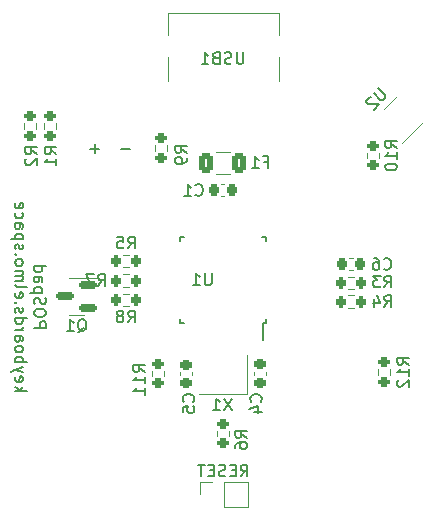
<source format=gbo>
G04 #@! TF.GenerationSoftware,KiCad,Pcbnew,(6.0.0)*
G04 #@! TF.CreationDate,2022-01-14T23:04:14+01:00*
G04 #@! TF.ProjectId,pos,706f732e-6b69-4636-9164-5f7063625858,rev?*
G04 #@! TF.SameCoordinates,Original*
G04 #@! TF.FileFunction,Legend,Bot*
G04 #@! TF.FilePolarity,Positive*
%FSLAX46Y46*%
G04 Gerber Fmt 4.6, Leading zero omitted, Abs format (unit mm)*
G04 Created by KiCad (PCBNEW (6.0.0)) date 2022-01-14 23:04:14*
%MOMM*%
%LPD*%
G01*
G04 APERTURE LIST*
G04 Aperture macros list*
%AMRoundRect*
0 Rectangle with rounded corners*
0 $1 Rounding radius*
0 $2 $3 $4 $5 $6 $7 $8 $9 X,Y pos of 4 corners*
0 Add a 4 corners polygon primitive as box body*
4,1,4,$2,$3,$4,$5,$6,$7,$8,$9,$2,$3,0*
0 Add four circle primitives for the rounded corners*
1,1,$1+$1,$2,$3*
1,1,$1+$1,$4,$5*
1,1,$1+$1,$6,$7*
1,1,$1+$1,$8,$9*
0 Add four rect primitives between the rounded corners*
20,1,$1+$1,$2,$3,$4,$5,0*
20,1,$1+$1,$4,$5,$6,$7,0*
20,1,$1+$1,$6,$7,$8,$9,0*
20,1,$1+$1,$8,$9,$2,$3,0*%
G04 Aperture macros list end*
%ADD10C,0.200000*%
%ADD11C,0.150000*%
%ADD12C,0.120000*%
%ADD13R,1.350000X1.350000*%
%ADD14O,1.350000X1.350000*%
%ADD15C,1.750000*%
%ADD16C,3.987800*%
%ADD17C,2.250000*%
%ADD18C,1.905000*%
%ADD19R,1.905000X1.905000*%
%ADD20RoundRect,0.225000X0.225000X0.250000X-0.225000X0.250000X-0.225000X-0.250000X0.225000X-0.250000X0*%
%ADD21RoundRect,0.225000X-0.225000X-0.250000X0.225000X-0.250000X0.225000X0.250000X-0.225000X0.250000X0*%
%ADD22RoundRect,0.250000X0.375000X0.625000X-0.375000X0.625000X-0.375000X-0.625000X0.375000X-0.625000X0*%
%ADD23RoundRect,0.200000X0.275000X-0.200000X0.275000X0.200000X-0.275000X0.200000X-0.275000X-0.200000X0*%
%ADD24RoundRect,0.200000X0.200000X0.275000X-0.200000X0.275000X-0.200000X-0.275000X0.200000X-0.275000X0*%
%ADD25RoundRect,0.200000X-0.200000X-0.275000X0.200000X-0.275000X0.200000X0.275000X-0.200000X0.275000X0*%
%ADD26R,0.550000X1.600000*%
%ADD27R,1.600000X0.550000*%
%ADD28RoundRect,0.150000X-0.256326X-0.468458X0.468458X0.256326X0.256326X0.468458X-0.468458X-0.256326X0*%
%ADD29C,0.650000*%
%ADD30R,0.600000X1.450000*%
%ADD31R,0.300000X1.450000*%
%ADD32O,1.000000X1.600000*%
%ADD33O,1.000000X2.100000*%
%ADD34RoundRect,0.150000X0.587500X0.150000X-0.587500X0.150000X-0.587500X-0.150000X0.587500X-0.150000X0*%
%ADD35RoundRect,0.225000X-0.250000X0.225000X-0.250000X-0.225000X0.250000X-0.225000X0.250000X0.225000X0*%
%ADD36RoundRect,0.225000X0.250000X-0.225000X0.250000X0.225000X-0.250000X0.225000X-0.250000X-0.225000X0*%
%ADD37R,1.400000X1.200000*%
G04 APERTURE END LIST*
D10*
X136588452Y-91447928D02*
X135826547Y-91447928D01*
X133984952Y-91447928D02*
X133223047Y-91447928D01*
X133604000Y-91828880D02*
X133604000Y-91066976D01*
D11*
X128495619Y-106632047D02*
X129495619Y-106632047D01*
X129495619Y-106251095D01*
X129448000Y-106155857D01*
X129400380Y-106108238D01*
X129305142Y-106060619D01*
X129162285Y-106060619D01*
X129067047Y-106108238D01*
X129019428Y-106155857D01*
X128971809Y-106251095D01*
X128971809Y-106632047D01*
X129495619Y-105441571D02*
X129495619Y-105251095D01*
X129448000Y-105155857D01*
X129352761Y-105060619D01*
X129162285Y-105013000D01*
X128828952Y-105013000D01*
X128638476Y-105060619D01*
X128543238Y-105155857D01*
X128495619Y-105251095D01*
X128495619Y-105441571D01*
X128543238Y-105536809D01*
X128638476Y-105632047D01*
X128828952Y-105679666D01*
X129162285Y-105679666D01*
X129352761Y-105632047D01*
X129448000Y-105536809D01*
X129495619Y-105441571D01*
X128543238Y-104632047D02*
X128495619Y-104489190D01*
X128495619Y-104251095D01*
X128543238Y-104155857D01*
X128590857Y-104108238D01*
X128686095Y-104060619D01*
X128781333Y-104060619D01*
X128876571Y-104108238D01*
X128924190Y-104155857D01*
X128971809Y-104251095D01*
X129019428Y-104441571D01*
X129067047Y-104536809D01*
X129114666Y-104584428D01*
X129209904Y-104632047D01*
X129305142Y-104632047D01*
X129400380Y-104584428D01*
X129448000Y-104536809D01*
X129495619Y-104441571D01*
X129495619Y-104203476D01*
X129448000Y-104060619D01*
X129162285Y-103632047D02*
X128162285Y-103632047D01*
X129114666Y-103632047D02*
X129162285Y-103536809D01*
X129162285Y-103346333D01*
X129114666Y-103251095D01*
X129067047Y-103203476D01*
X128971809Y-103155857D01*
X128686095Y-103155857D01*
X128590857Y-103203476D01*
X128543238Y-103251095D01*
X128495619Y-103346333D01*
X128495619Y-103536809D01*
X128543238Y-103632047D01*
X128495619Y-102298714D02*
X129019428Y-102298714D01*
X129114666Y-102346333D01*
X129162285Y-102441571D01*
X129162285Y-102632047D01*
X129114666Y-102727285D01*
X128543238Y-102298714D02*
X128495619Y-102393952D01*
X128495619Y-102632047D01*
X128543238Y-102727285D01*
X128638476Y-102774904D01*
X128733714Y-102774904D01*
X128828952Y-102727285D01*
X128876571Y-102632047D01*
X128876571Y-102393952D01*
X128924190Y-102298714D01*
X128495619Y-101393952D02*
X129495619Y-101393952D01*
X128543238Y-101393952D02*
X128495619Y-101489190D01*
X128495619Y-101679666D01*
X128543238Y-101774904D01*
X128590857Y-101822523D01*
X128686095Y-101870142D01*
X128971809Y-101870142D01*
X129067047Y-101822523D01*
X129114666Y-101774904D01*
X129162285Y-101679666D01*
X129162285Y-101489190D01*
X129114666Y-101393952D01*
X126885619Y-111965380D02*
X127885619Y-111965380D01*
X127266571Y-111870142D02*
X126885619Y-111584428D01*
X127552285Y-111584428D02*
X127171333Y-111965380D01*
X126933238Y-110774904D02*
X126885619Y-110870142D01*
X126885619Y-111060619D01*
X126933238Y-111155857D01*
X127028476Y-111203476D01*
X127409428Y-111203476D01*
X127504666Y-111155857D01*
X127552285Y-111060619D01*
X127552285Y-110870142D01*
X127504666Y-110774904D01*
X127409428Y-110727285D01*
X127314190Y-110727285D01*
X127218952Y-111203476D01*
X127552285Y-110393952D02*
X126885619Y-110155857D01*
X127552285Y-109917761D02*
X126885619Y-110155857D01*
X126647523Y-110251095D01*
X126599904Y-110298714D01*
X126552285Y-110393952D01*
X126885619Y-109536809D02*
X127885619Y-109536809D01*
X127504666Y-109536809D02*
X127552285Y-109441571D01*
X127552285Y-109251095D01*
X127504666Y-109155857D01*
X127457047Y-109108238D01*
X127361809Y-109060619D01*
X127076095Y-109060619D01*
X126980857Y-109108238D01*
X126933238Y-109155857D01*
X126885619Y-109251095D01*
X126885619Y-109441571D01*
X126933238Y-109536809D01*
X126885619Y-108489190D02*
X126933238Y-108584428D01*
X126980857Y-108632047D01*
X127076095Y-108679666D01*
X127361809Y-108679666D01*
X127457047Y-108632047D01*
X127504666Y-108584428D01*
X127552285Y-108489190D01*
X127552285Y-108346333D01*
X127504666Y-108251095D01*
X127457047Y-108203476D01*
X127361809Y-108155857D01*
X127076095Y-108155857D01*
X126980857Y-108203476D01*
X126933238Y-108251095D01*
X126885619Y-108346333D01*
X126885619Y-108489190D01*
X126885619Y-107298714D02*
X127409428Y-107298714D01*
X127504666Y-107346333D01*
X127552285Y-107441571D01*
X127552285Y-107632047D01*
X127504666Y-107727285D01*
X126933238Y-107298714D02*
X126885619Y-107393952D01*
X126885619Y-107632047D01*
X126933238Y-107727285D01*
X127028476Y-107774904D01*
X127123714Y-107774904D01*
X127218952Y-107727285D01*
X127266571Y-107632047D01*
X127266571Y-107393952D01*
X127314190Y-107298714D01*
X126885619Y-106822523D02*
X127552285Y-106822523D01*
X127361809Y-106822523D02*
X127457047Y-106774904D01*
X127504666Y-106727285D01*
X127552285Y-106632047D01*
X127552285Y-106536809D01*
X126885619Y-105774904D02*
X127885619Y-105774904D01*
X126933238Y-105774904D02*
X126885619Y-105870142D01*
X126885619Y-106060619D01*
X126933238Y-106155857D01*
X126980857Y-106203476D01*
X127076095Y-106251095D01*
X127361809Y-106251095D01*
X127457047Y-106203476D01*
X127504666Y-106155857D01*
X127552285Y-106060619D01*
X127552285Y-105870142D01*
X127504666Y-105774904D01*
X126933238Y-105346333D02*
X126885619Y-105251095D01*
X126885619Y-105060619D01*
X126933238Y-104965380D01*
X127028476Y-104917761D01*
X127076095Y-104917761D01*
X127171333Y-104965380D01*
X127218952Y-105060619D01*
X127218952Y-105203476D01*
X127266571Y-105298714D01*
X127361809Y-105346333D01*
X127409428Y-105346333D01*
X127504666Y-105298714D01*
X127552285Y-105203476D01*
X127552285Y-105060619D01*
X127504666Y-104965380D01*
X126980857Y-104489190D02*
X126933238Y-104441571D01*
X126885619Y-104489190D01*
X126933238Y-104536809D01*
X126980857Y-104489190D01*
X126885619Y-104489190D01*
X126933238Y-103632047D02*
X126885619Y-103727285D01*
X126885619Y-103917761D01*
X126933238Y-104013000D01*
X127028476Y-104060619D01*
X127409428Y-104060619D01*
X127504666Y-104013000D01*
X127552285Y-103917761D01*
X127552285Y-103727285D01*
X127504666Y-103632047D01*
X127409428Y-103584428D01*
X127314190Y-103584428D01*
X127218952Y-104060619D01*
X126885619Y-103013000D02*
X126933238Y-103108238D01*
X127028476Y-103155857D01*
X127885619Y-103155857D01*
X126885619Y-102632047D02*
X127552285Y-102632047D01*
X127457047Y-102632047D02*
X127504666Y-102584428D01*
X127552285Y-102489190D01*
X127552285Y-102346333D01*
X127504666Y-102251095D01*
X127409428Y-102203476D01*
X126885619Y-102203476D01*
X127409428Y-102203476D02*
X127504666Y-102155857D01*
X127552285Y-102060619D01*
X127552285Y-101917761D01*
X127504666Y-101822523D01*
X127409428Y-101774904D01*
X126885619Y-101774904D01*
X126885619Y-101155857D02*
X126933238Y-101251095D01*
X126980857Y-101298714D01*
X127076095Y-101346333D01*
X127361809Y-101346333D01*
X127457047Y-101298714D01*
X127504666Y-101251095D01*
X127552285Y-101155857D01*
X127552285Y-101013000D01*
X127504666Y-100917761D01*
X127457047Y-100870142D01*
X127361809Y-100822523D01*
X127076095Y-100822523D01*
X126980857Y-100870142D01*
X126933238Y-100917761D01*
X126885619Y-101013000D01*
X126885619Y-101155857D01*
X126980857Y-100393952D02*
X126933238Y-100346333D01*
X126885619Y-100393952D01*
X126933238Y-100441571D01*
X126980857Y-100393952D01*
X126885619Y-100393952D01*
X126933238Y-99965380D02*
X126885619Y-99870142D01*
X126885619Y-99679666D01*
X126933238Y-99584428D01*
X127028476Y-99536809D01*
X127076095Y-99536809D01*
X127171333Y-99584428D01*
X127218952Y-99679666D01*
X127218952Y-99822523D01*
X127266571Y-99917761D01*
X127361809Y-99965380D01*
X127409428Y-99965380D01*
X127504666Y-99917761D01*
X127552285Y-99822523D01*
X127552285Y-99679666D01*
X127504666Y-99584428D01*
X127552285Y-99108238D02*
X126552285Y-99108238D01*
X127504666Y-99108238D02*
X127552285Y-99013000D01*
X127552285Y-98822523D01*
X127504666Y-98727285D01*
X127457047Y-98679666D01*
X127361809Y-98632047D01*
X127076095Y-98632047D01*
X126980857Y-98679666D01*
X126933238Y-98727285D01*
X126885619Y-98822523D01*
X126885619Y-99013000D01*
X126933238Y-99108238D01*
X126885619Y-97774904D02*
X127409428Y-97774904D01*
X127504666Y-97822523D01*
X127552285Y-97917761D01*
X127552285Y-98108238D01*
X127504666Y-98203476D01*
X126933238Y-97774904D02*
X126885619Y-97870142D01*
X126885619Y-98108238D01*
X126933238Y-98203476D01*
X127028476Y-98251095D01*
X127123714Y-98251095D01*
X127218952Y-98203476D01*
X127266571Y-98108238D01*
X127266571Y-97870142D01*
X127314190Y-97774904D01*
X126933238Y-96870142D02*
X126885619Y-96965380D01*
X126885619Y-97155857D01*
X126933238Y-97251095D01*
X126980857Y-97298714D01*
X127076095Y-97346333D01*
X127361809Y-97346333D01*
X127457047Y-97298714D01*
X127504666Y-97251095D01*
X127552285Y-97155857D01*
X127552285Y-96965380D01*
X127504666Y-96870142D01*
X126933238Y-96060619D02*
X126885619Y-96155857D01*
X126885619Y-96346333D01*
X126933238Y-96441571D01*
X127028476Y-96489190D01*
X127409428Y-96489190D01*
X127504666Y-96441571D01*
X127552285Y-96346333D01*
X127552285Y-96155857D01*
X127504666Y-96060619D01*
X127409428Y-96013000D01*
X127314190Y-96013000D01*
X127218952Y-96489190D01*
X145978380Y-119197380D02*
X146311714Y-118721190D01*
X146549809Y-119197380D02*
X146549809Y-118197380D01*
X146168857Y-118197380D01*
X146073619Y-118245000D01*
X146026000Y-118292619D01*
X145978380Y-118387857D01*
X145978380Y-118530714D01*
X146026000Y-118625952D01*
X146073619Y-118673571D01*
X146168857Y-118721190D01*
X146549809Y-118721190D01*
X145549809Y-118673571D02*
X145216476Y-118673571D01*
X145073619Y-119197380D02*
X145549809Y-119197380D01*
X145549809Y-118197380D01*
X145073619Y-118197380D01*
X144692666Y-119149761D02*
X144549809Y-119197380D01*
X144311714Y-119197380D01*
X144216476Y-119149761D01*
X144168857Y-119102142D01*
X144121238Y-119006904D01*
X144121238Y-118911666D01*
X144168857Y-118816428D01*
X144216476Y-118768809D01*
X144311714Y-118721190D01*
X144502190Y-118673571D01*
X144597428Y-118625952D01*
X144645047Y-118578333D01*
X144692666Y-118483095D01*
X144692666Y-118387857D01*
X144645047Y-118292619D01*
X144597428Y-118245000D01*
X144502190Y-118197380D01*
X144264095Y-118197380D01*
X144121238Y-118245000D01*
X143692666Y-118673571D02*
X143359333Y-118673571D01*
X143216476Y-119197380D02*
X143692666Y-119197380D01*
X143692666Y-118197380D01*
X143216476Y-118197380D01*
X142930761Y-118197380D02*
X142359333Y-118197380D01*
X142645047Y-119197380D02*
X142645047Y-118197380D01*
X142152666Y-95353142D02*
X142200285Y-95400761D01*
X142343142Y-95448380D01*
X142438380Y-95448380D01*
X142581238Y-95400761D01*
X142676476Y-95305523D01*
X142724095Y-95210285D01*
X142771714Y-95019809D01*
X142771714Y-94876952D01*
X142724095Y-94686476D01*
X142676476Y-94591238D01*
X142581238Y-94496000D01*
X142438380Y-94448380D01*
X142343142Y-94448380D01*
X142200285Y-94496000D01*
X142152666Y-94543619D01*
X141200285Y-95448380D02*
X141771714Y-95448380D01*
X141486000Y-95448380D02*
X141486000Y-94448380D01*
X141581238Y-94591238D01*
X141676476Y-94686476D01*
X141771714Y-94734095D01*
X158103866Y-101601542D02*
X158151485Y-101649161D01*
X158294342Y-101696780D01*
X158389580Y-101696780D01*
X158532438Y-101649161D01*
X158627676Y-101553923D01*
X158675295Y-101458685D01*
X158722914Y-101268209D01*
X158722914Y-101125352D01*
X158675295Y-100934876D01*
X158627676Y-100839638D01*
X158532438Y-100744400D01*
X158389580Y-100696780D01*
X158294342Y-100696780D01*
X158151485Y-100744400D01*
X158103866Y-100792019D01*
X157246723Y-100696780D02*
X157437200Y-100696780D01*
X157532438Y-100744400D01*
X157580057Y-100792019D01*
X157675295Y-100934876D01*
X157722914Y-101125352D01*
X157722914Y-101506304D01*
X157675295Y-101601542D01*
X157627676Y-101649161D01*
X157532438Y-101696780D01*
X157341961Y-101696780D01*
X157246723Y-101649161D01*
X157199104Y-101601542D01*
X157151485Y-101506304D01*
X157151485Y-101268209D01*
X157199104Y-101172971D01*
X157246723Y-101125352D01*
X157341961Y-101077733D01*
X157532438Y-101077733D01*
X157627676Y-101125352D01*
X157675295Y-101172971D01*
X157722914Y-101268209D01*
X147970833Y-92575071D02*
X148304166Y-92575071D01*
X148304166Y-93098880D02*
X148304166Y-92098880D01*
X147827976Y-92098880D01*
X146923214Y-93098880D02*
X147494642Y-93098880D01*
X147208928Y-93098880D02*
X147208928Y-92098880D01*
X147304166Y-92241738D01*
X147399404Y-92336976D01*
X147494642Y-92384595D01*
X130373380Y-91908333D02*
X129897190Y-91575000D01*
X130373380Y-91336904D02*
X129373380Y-91336904D01*
X129373380Y-91717857D01*
X129421000Y-91813095D01*
X129468619Y-91860714D01*
X129563857Y-91908333D01*
X129706714Y-91908333D01*
X129801952Y-91860714D01*
X129849571Y-91813095D01*
X129897190Y-91717857D01*
X129897190Y-91336904D01*
X130373380Y-92860714D02*
X130373380Y-92289285D01*
X130373380Y-92575000D02*
X129373380Y-92575000D01*
X129516238Y-92479761D01*
X129611476Y-92384523D01*
X129659095Y-92289285D01*
X128722380Y-91908333D02*
X128246190Y-91575000D01*
X128722380Y-91336904D02*
X127722380Y-91336904D01*
X127722380Y-91717857D01*
X127770000Y-91813095D01*
X127817619Y-91860714D01*
X127912857Y-91908333D01*
X128055714Y-91908333D01*
X128150952Y-91860714D01*
X128198571Y-91813095D01*
X128246190Y-91717857D01*
X128246190Y-91336904D01*
X127817619Y-92289285D02*
X127770000Y-92336904D01*
X127722380Y-92432142D01*
X127722380Y-92670238D01*
X127770000Y-92765476D01*
X127817619Y-92813095D01*
X127912857Y-92860714D01*
X128008095Y-92860714D01*
X128150952Y-92813095D01*
X128722380Y-92241666D01*
X128722380Y-92860714D01*
X158154666Y-103195380D02*
X158488000Y-102719190D01*
X158726095Y-103195380D02*
X158726095Y-102195380D01*
X158345142Y-102195380D01*
X158249904Y-102243000D01*
X158202285Y-102290619D01*
X158154666Y-102385857D01*
X158154666Y-102528714D01*
X158202285Y-102623952D01*
X158249904Y-102671571D01*
X158345142Y-102719190D01*
X158726095Y-102719190D01*
X157821333Y-102195380D02*
X157202285Y-102195380D01*
X157535619Y-102576333D01*
X157392761Y-102576333D01*
X157297523Y-102623952D01*
X157249904Y-102671571D01*
X157202285Y-102766809D01*
X157202285Y-103004904D01*
X157249904Y-103100142D01*
X157297523Y-103147761D01*
X157392761Y-103195380D01*
X157678476Y-103195380D01*
X157773714Y-103147761D01*
X157821333Y-103100142D01*
X158154666Y-104846380D02*
X158488000Y-104370190D01*
X158726095Y-104846380D02*
X158726095Y-103846380D01*
X158345142Y-103846380D01*
X158249904Y-103894000D01*
X158202285Y-103941619D01*
X158154666Y-104036857D01*
X158154666Y-104179714D01*
X158202285Y-104274952D01*
X158249904Y-104322571D01*
X158345142Y-104370190D01*
X158726095Y-104370190D01*
X157297523Y-104179714D02*
X157297523Y-104846380D01*
X157535619Y-103798761D02*
X157773714Y-104513047D01*
X157154666Y-104513047D01*
X136437666Y-99893380D02*
X136771000Y-99417190D01*
X137009095Y-99893380D02*
X137009095Y-98893380D01*
X136628142Y-98893380D01*
X136532904Y-98941000D01*
X136485285Y-98988619D01*
X136437666Y-99083857D01*
X136437666Y-99226714D01*
X136485285Y-99321952D01*
X136532904Y-99369571D01*
X136628142Y-99417190D01*
X137009095Y-99417190D01*
X135532904Y-98893380D02*
X136009095Y-98893380D01*
X136056714Y-99369571D01*
X136009095Y-99321952D01*
X135913857Y-99274333D01*
X135675761Y-99274333D01*
X135580523Y-99321952D01*
X135532904Y-99369571D01*
X135485285Y-99464809D01*
X135485285Y-99702904D01*
X135532904Y-99798142D01*
X135580523Y-99845761D01*
X135675761Y-99893380D01*
X135913857Y-99893380D01*
X136009095Y-99845761D01*
X136056714Y-99798142D01*
X146502380Y-115911333D02*
X146026190Y-115578000D01*
X146502380Y-115339904D02*
X145502380Y-115339904D01*
X145502380Y-115720857D01*
X145550000Y-115816095D01*
X145597619Y-115863714D01*
X145692857Y-115911333D01*
X145835714Y-115911333D01*
X145930952Y-115863714D01*
X145978571Y-115816095D01*
X146026190Y-115720857D01*
X146026190Y-115339904D01*
X145502380Y-116768476D02*
X145502380Y-116578000D01*
X145550000Y-116482761D01*
X145597619Y-116435142D01*
X145740476Y-116339904D01*
X145930952Y-116292285D01*
X146311904Y-116292285D01*
X146407142Y-116339904D01*
X146454761Y-116387523D01*
X146502380Y-116482761D01*
X146502380Y-116673238D01*
X146454761Y-116768476D01*
X146407142Y-116816095D01*
X146311904Y-116863714D01*
X146073809Y-116863714D01*
X145978571Y-116816095D01*
X145930952Y-116768476D01*
X145883333Y-116673238D01*
X145883333Y-116482761D01*
X145930952Y-116387523D01*
X145978571Y-116339904D01*
X146073809Y-116292285D01*
X141422380Y-91781333D02*
X140946190Y-91448000D01*
X141422380Y-91209904D02*
X140422380Y-91209904D01*
X140422380Y-91590857D01*
X140470000Y-91686095D01*
X140517619Y-91733714D01*
X140612857Y-91781333D01*
X140755714Y-91781333D01*
X140850952Y-91733714D01*
X140898571Y-91686095D01*
X140946190Y-91590857D01*
X140946190Y-91209904D01*
X141422380Y-92257523D02*
X141422380Y-92448000D01*
X141374761Y-92543238D01*
X141327142Y-92590857D01*
X141184285Y-92686095D01*
X140993809Y-92733714D01*
X140612857Y-92733714D01*
X140517619Y-92686095D01*
X140470000Y-92638476D01*
X140422380Y-92543238D01*
X140422380Y-92352761D01*
X140470000Y-92257523D01*
X140517619Y-92209904D01*
X140612857Y-92162285D01*
X140850952Y-92162285D01*
X140946190Y-92209904D01*
X140993809Y-92257523D01*
X141041428Y-92352761D01*
X141041428Y-92543238D01*
X140993809Y-92638476D01*
X140946190Y-92686095D01*
X140850952Y-92733714D01*
X143509904Y-102004880D02*
X143509904Y-102814404D01*
X143462285Y-102909642D01*
X143414666Y-102957261D01*
X143319428Y-103004880D01*
X143128952Y-103004880D01*
X143033714Y-102957261D01*
X142986095Y-102909642D01*
X142938476Y-102814404D01*
X142938476Y-102004880D01*
X141938476Y-103004880D02*
X142509904Y-103004880D01*
X142224190Y-103004880D02*
X142224190Y-102004880D01*
X142319428Y-102147738D01*
X142414666Y-102242976D01*
X142509904Y-102290595D01*
X157631522Y-86323026D02*
X158203942Y-86895446D01*
X158237614Y-86996461D01*
X158237614Y-87063805D01*
X158203942Y-87164820D01*
X158069255Y-87299507D01*
X157968240Y-87333179D01*
X157900896Y-87333179D01*
X157799881Y-87299507D01*
X157227461Y-86727087D01*
X156991759Y-87097477D02*
X156924416Y-87097477D01*
X156823400Y-87131148D01*
X156655042Y-87299507D01*
X156621370Y-87400522D01*
X156621370Y-87467866D01*
X156655042Y-87568881D01*
X156722385Y-87636225D01*
X156857072Y-87703568D01*
X157665194Y-87703568D01*
X157227461Y-88141301D01*
X146200595Y-83272380D02*
X146200595Y-84081904D01*
X146152976Y-84177142D01*
X146105357Y-84224761D01*
X146010119Y-84272380D01*
X145819642Y-84272380D01*
X145724404Y-84224761D01*
X145676785Y-84177142D01*
X145629166Y-84081904D01*
X145629166Y-83272380D01*
X145200595Y-84224761D02*
X145057738Y-84272380D01*
X144819642Y-84272380D01*
X144724404Y-84224761D01*
X144676785Y-84177142D01*
X144629166Y-84081904D01*
X144629166Y-83986666D01*
X144676785Y-83891428D01*
X144724404Y-83843809D01*
X144819642Y-83796190D01*
X145010119Y-83748571D01*
X145105357Y-83700952D01*
X145152976Y-83653333D01*
X145200595Y-83558095D01*
X145200595Y-83462857D01*
X145152976Y-83367619D01*
X145105357Y-83320000D01*
X145010119Y-83272380D01*
X144772023Y-83272380D01*
X144629166Y-83320000D01*
X143867261Y-83748571D02*
X143724404Y-83796190D01*
X143676785Y-83843809D01*
X143629166Y-83939047D01*
X143629166Y-84081904D01*
X143676785Y-84177142D01*
X143724404Y-84224761D01*
X143819642Y-84272380D01*
X144200595Y-84272380D01*
X144200595Y-83272380D01*
X143867261Y-83272380D01*
X143772023Y-83320000D01*
X143724404Y-83367619D01*
X143676785Y-83462857D01*
X143676785Y-83558095D01*
X143724404Y-83653333D01*
X143772023Y-83700952D01*
X143867261Y-83748571D01*
X144200595Y-83748571D01*
X142676785Y-84272380D02*
X143248214Y-84272380D01*
X142962500Y-84272380D02*
X142962500Y-83272380D01*
X143057738Y-83415238D01*
X143152976Y-83510476D01*
X143248214Y-83558095D01*
X132175238Y-106973619D02*
X132270476Y-106926000D01*
X132365714Y-106830761D01*
X132508571Y-106687904D01*
X132603809Y-106640285D01*
X132699047Y-106640285D01*
X132651428Y-106878380D02*
X132746666Y-106830761D01*
X132841904Y-106735523D01*
X132889523Y-106545047D01*
X132889523Y-106211714D01*
X132841904Y-106021238D01*
X132746666Y-105926000D01*
X132651428Y-105878380D01*
X132460952Y-105878380D01*
X132365714Y-105926000D01*
X132270476Y-106021238D01*
X132222857Y-106211714D01*
X132222857Y-106545047D01*
X132270476Y-106735523D01*
X132365714Y-106830761D01*
X132460952Y-106878380D01*
X132651428Y-106878380D01*
X131270476Y-106878380D02*
X131841904Y-106878380D01*
X131556190Y-106878380D02*
X131556190Y-105878380D01*
X131651428Y-106021238D01*
X131746666Y-106116476D01*
X131841904Y-106164095D01*
X133897666Y-103068380D02*
X134231000Y-102592190D01*
X134469095Y-103068380D02*
X134469095Y-102068380D01*
X134088142Y-102068380D01*
X133992904Y-102116000D01*
X133945285Y-102163619D01*
X133897666Y-102258857D01*
X133897666Y-102401714D01*
X133945285Y-102496952D01*
X133992904Y-102544571D01*
X134088142Y-102592190D01*
X134469095Y-102592190D01*
X133564333Y-102068380D02*
X132897666Y-102068380D01*
X133326238Y-103068380D01*
X136437666Y-106149380D02*
X136771000Y-105673190D01*
X137009095Y-106149380D02*
X137009095Y-105149380D01*
X136628142Y-105149380D01*
X136532904Y-105197000D01*
X136485285Y-105244619D01*
X136437666Y-105339857D01*
X136437666Y-105482714D01*
X136485285Y-105577952D01*
X136532904Y-105625571D01*
X136628142Y-105673190D01*
X137009095Y-105673190D01*
X135866238Y-105577952D02*
X135961476Y-105530333D01*
X136009095Y-105482714D01*
X136056714Y-105387476D01*
X136056714Y-105339857D01*
X136009095Y-105244619D01*
X135961476Y-105197000D01*
X135866238Y-105149380D01*
X135675761Y-105149380D01*
X135580523Y-105197000D01*
X135532904Y-105244619D01*
X135485285Y-105339857D01*
X135485285Y-105387476D01*
X135532904Y-105482714D01*
X135580523Y-105530333D01*
X135675761Y-105577952D01*
X135866238Y-105577952D01*
X135961476Y-105625571D01*
X136009095Y-105673190D01*
X136056714Y-105768428D01*
X136056714Y-105958904D01*
X136009095Y-106054142D01*
X135961476Y-106101761D01*
X135866238Y-106149380D01*
X135675761Y-106149380D01*
X135580523Y-106101761D01*
X135532904Y-106054142D01*
X135485285Y-105958904D01*
X135485285Y-105768428D01*
X135532904Y-105673190D01*
X135580523Y-105625571D01*
X135675761Y-105577952D01*
X159202380Y-91368642D02*
X158726190Y-91035309D01*
X159202380Y-90797214D02*
X158202380Y-90797214D01*
X158202380Y-91178166D01*
X158250000Y-91273404D01*
X158297619Y-91321023D01*
X158392857Y-91368642D01*
X158535714Y-91368642D01*
X158630952Y-91321023D01*
X158678571Y-91273404D01*
X158726190Y-91178166D01*
X158726190Y-90797214D01*
X159202380Y-92321023D02*
X159202380Y-91749595D01*
X159202380Y-92035309D02*
X158202380Y-92035309D01*
X158345238Y-91940071D01*
X158440476Y-91844833D01*
X158488095Y-91749595D01*
X158202380Y-92940071D02*
X158202380Y-93035309D01*
X158250000Y-93130547D01*
X158297619Y-93178166D01*
X158392857Y-93225785D01*
X158583333Y-93273404D01*
X158821428Y-93273404D01*
X159011904Y-93225785D01*
X159107142Y-93178166D01*
X159154761Y-93130547D01*
X159202380Y-93035309D01*
X159202380Y-92940071D01*
X159154761Y-92844833D01*
X159107142Y-92797214D01*
X159011904Y-92749595D01*
X158821428Y-92701976D01*
X158583333Y-92701976D01*
X158392857Y-92749595D01*
X158297619Y-92797214D01*
X158250000Y-92844833D01*
X158202380Y-92940071D01*
X137866380Y-110355142D02*
X137390190Y-110021809D01*
X137866380Y-109783714D02*
X136866380Y-109783714D01*
X136866380Y-110164666D01*
X136914000Y-110259904D01*
X136961619Y-110307523D01*
X137056857Y-110355142D01*
X137199714Y-110355142D01*
X137294952Y-110307523D01*
X137342571Y-110259904D01*
X137390190Y-110164666D01*
X137390190Y-109783714D01*
X137866380Y-111307523D02*
X137866380Y-110736095D01*
X137866380Y-111021809D02*
X136866380Y-111021809D01*
X137009238Y-110926571D01*
X137104476Y-110831333D01*
X137152095Y-110736095D01*
X137866380Y-112259904D02*
X137866380Y-111688476D01*
X137866380Y-111974190D02*
X136866380Y-111974190D01*
X137009238Y-111878952D01*
X137104476Y-111783714D01*
X137152095Y-111688476D01*
X160218380Y-109720142D02*
X159742190Y-109386809D01*
X160218380Y-109148714D02*
X159218380Y-109148714D01*
X159218380Y-109529666D01*
X159266000Y-109624904D01*
X159313619Y-109672523D01*
X159408857Y-109720142D01*
X159551714Y-109720142D01*
X159646952Y-109672523D01*
X159694571Y-109624904D01*
X159742190Y-109529666D01*
X159742190Y-109148714D01*
X160218380Y-110672523D02*
X160218380Y-110101095D01*
X160218380Y-110386809D02*
X159218380Y-110386809D01*
X159361238Y-110291571D01*
X159456476Y-110196333D01*
X159504095Y-110101095D01*
X159313619Y-111053476D02*
X159266000Y-111101095D01*
X159218380Y-111196333D01*
X159218380Y-111434428D01*
X159266000Y-111529666D01*
X159313619Y-111577285D01*
X159408857Y-111624904D01*
X159504095Y-111624904D01*
X159646952Y-111577285D01*
X160218380Y-111005857D01*
X160218380Y-111624904D01*
X141962142Y-112863333D02*
X142009761Y-112815714D01*
X142057380Y-112672857D01*
X142057380Y-112577619D01*
X142009761Y-112434761D01*
X141914523Y-112339523D01*
X141819285Y-112291904D01*
X141628809Y-112244285D01*
X141485952Y-112244285D01*
X141295476Y-112291904D01*
X141200238Y-112339523D01*
X141105000Y-112434761D01*
X141057380Y-112577619D01*
X141057380Y-112672857D01*
X141105000Y-112815714D01*
X141152619Y-112863333D01*
X141057380Y-113768095D02*
X141057380Y-113291904D01*
X141533571Y-113244285D01*
X141485952Y-113291904D01*
X141438333Y-113387142D01*
X141438333Y-113625238D01*
X141485952Y-113720476D01*
X141533571Y-113768095D01*
X141628809Y-113815714D01*
X141866904Y-113815714D01*
X141962142Y-113768095D01*
X142009761Y-113720476D01*
X142057380Y-113625238D01*
X142057380Y-113387142D01*
X142009761Y-113291904D01*
X141962142Y-113244285D01*
X147677142Y-112863333D02*
X147724761Y-112815714D01*
X147772380Y-112672857D01*
X147772380Y-112577619D01*
X147724761Y-112434761D01*
X147629523Y-112339523D01*
X147534285Y-112291904D01*
X147343809Y-112244285D01*
X147200952Y-112244285D01*
X147010476Y-112291904D01*
X146915238Y-112339523D01*
X146820000Y-112434761D01*
X146772380Y-112577619D01*
X146772380Y-112672857D01*
X146820000Y-112815714D01*
X146867619Y-112863333D01*
X147105714Y-113720476D02*
X147772380Y-113720476D01*
X146724761Y-113482380D02*
X147439047Y-113244285D01*
X147439047Y-113863333D01*
X145208523Y-112609380D02*
X144541857Y-113609380D01*
X144541857Y-112609380D02*
X145208523Y-113609380D01*
X143637095Y-113609380D02*
X144208523Y-113609380D01*
X143922809Y-113609380D02*
X143922809Y-112609380D01*
X144018047Y-112752238D01*
X144113285Y-112847476D01*
X144208523Y-112895095D01*
D12*
X146633500Y-119653500D02*
X146633500Y-121773500D01*
X144573500Y-119653500D02*
X146633500Y-119653500D01*
X144573500Y-121773500D02*
X146633500Y-121773500D01*
X144573500Y-119653500D02*
X144573500Y-121773500D01*
X143573500Y-119653500D02*
X142513500Y-119653500D01*
X142513500Y-119653500D02*
X142513500Y-120713500D01*
X144603080Y-94422500D02*
X144321920Y-94422500D01*
X144603080Y-95442500D02*
X144321920Y-95442500D01*
X155180420Y-101729000D02*
X155461580Y-101729000D01*
X155180420Y-100709000D02*
X155461580Y-100709000D01*
X145064564Y-91736500D02*
X143860436Y-91736500D01*
X145064564Y-93556500D02*
X143860436Y-93556500D01*
X130380000Y-89772258D02*
X130380000Y-89297742D01*
X129335000Y-89772258D02*
X129335000Y-89297742D01*
X127620500Y-89772258D02*
X127620500Y-89297742D01*
X128665500Y-89772258D02*
X128665500Y-89297742D01*
X155558258Y-103329000D02*
X155083742Y-103329000D01*
X155558258Y-102284000D02*
X155083742Y-102284000D01*
X155558258Y-103871500D02*
X155083742Y-103871500D01*
X155558258Y-104916500D02*
X155083742Y-104916500D01*
X136033742Y-101487500D02*
X136508258Y-101487500D01*
X136033742Y-100442500D02*
X136508258Y-100442500D01*
X143940000Y-115807258D02*
X143940000Y-115332742D01*
X144985000Y-115807258D02*
X144985000Y-115332742D01*
X139778000Y-91613758D02*
X139778000Y-91139242D01*
X138733000Y-91613758D02*
X138733000Y-91139242D01*
D11*
X140837500Y-106177500D02*
X141162500Y-106177500D01*
X148087500Y-98927500D02*
X147762500Y-98927500D01*
X140837500Y-98927500D02*
X141162500Y-98927500D01*
X140837500Y-106177500D02*
X140837500Y-105852500D01*
X140837500Y-98927500D02*
X140837500Y-99252500D01*
X148087500Y-106177500D02*
X147862500Y-106177500D01*
X148087500Y-106177500D02*
X148087500Y-105852500D01*
X148087500Y-98927500D02*
X148087500Y-99252500D01*
X147862500Y-106177500D02*
X147862500Y-107602500D01*
D12*
X158673844Y-87521979D02*
X158108159Y-88087665D01*
X160880018Y-89728153D02*
X159607225Y-91000945D01*
X158673844Y-87521979D02*
X159239530Y-86956294D01*
X160880018Y-89728153D02*
X161445703Y-89162467D01*
X149226000Y-85720000D02*
X149226000Y-83720000D01*
X139826000Y-81820000D02*
X139826000Y-79920000D01*
X139826000Y-79920000D02*
X149226000Y-79920000D01*
X139826000Y-85720000D02*
X139826000Y-83720000D01*
X149226000Y-81820000D02*
X149226000Y-79920000D01*
X132080000Y-102389500D02*
X133755000Y-102389500D01*
X132080000Y-105509500D02*
X131430000Y-105509500D01*
X132080000Y-105509500D02*
X132730000Y-105509500D01*
X132080000Y-102389500D02*
X131430000Y-102389500D01*
X136508258Y-102093500D02*
X136033742Y-102093500D01*
X136508258Y-103138500D02*
X136033742Y-103138500D01*
X136033742Y-104789500D02*
X136508258Y-104789500D01*
X136033742Y-103744500D02*
X136508258Y-103744500D01*
X156640000Y-92248758D02*
X156640000Y-91774242D01*
X157685000Y-92248758D02*
X157685000Y-91774242D01*
X138479000Y-110727258D02*
X138479000Y-110252742D01*
X139524000Y-110727258D02*
X139524000Y-110252742D01*
X157592500Y-110600258D02*
X157592500Y-110125742D01*
X158637500Y-110600258D02*
X158637500Y-110125742D01*
X141861000Y-110361411D02*
X141861000Y-110642571D01*
X140841000Y-110361411D02*
X140841000Y-110642571D01*
X147127500Y-110630580D02*
X147127500Y-110349420D01*
X148147500Y-110630580D02*
X148147500Y-110349420D01*
X146489702Y-112176490D02*
X142489702Y-112176490D01*
X146489702Y-108876490D02*
X146489702Y-112176490D01*
%LPC*%
D13*
X143573500Y-120713500D03*
D14*
X145573500Y-120713500D03*
D15*
X129857500Y-94456250D03*
D16*
X134937500Y-94456250D03*
D15*
X140017500Y-94456250D03*
D17*
X138747500Y-96996250D03*
X132397500Y-99536250D03*
D18*
X136207500Y-89376250D03*
D19*
X133667500Y-89376250D03*
D16*
X153987500Y-94456250D03*
D15*
X159067500Y-94456250D03*
X148907500Y-94456250D03*
D17*
X157797500Y-96996250D03*
X151447500Y-99536250D03*
D18*
X155257500Y-89376250D03*
D19*
X152717500Y-89376250D03*
D16*
X134937500Y-113506250D03*
D15*
X140017500Y-113506250D03*
X129857500Y-113506250D03*
D17*
X138747500Y-116046250D03*
X132397500Y-118586250D03*
D18*
X136207500Y-108426250D03*
D19*
X133667500Y-108426250D03*
D15*
X148907500Y-113506250D03*
D16*
X153987500Y-113506250D03*
D15*
X159067500Y-113506250D03*
D17*
X157797500Y-116046250D03*
X151447500Y-118586250D03*
D18*
X155257500Y-108426250D03*
D19*
X152717500Y-108426250D03*
D20*
X145237500Y-94932500D03*
X143687500Y-94932500D03*
D21*
X154546000Y-101219000D03*
X156096000Y-101219000D03*
D22*
X145862500Y-92646500D03*
X143062500Y-92646500D03*
D23*
X129857500Y-90360000D03*
X129857500Y-88710000D03*
X128143000Y-90360000D03*
X128143000Y-88710000D03*
D24*
X156146000Y-102806500D03*
X154496000Y-102806500D03*
X156146000Y-104394000D03*
X154496000Y-104394000D03*
D25*
X135446000Y-100965000D03*
X137096000Y-100965000D03*
D23*
X144462500Y-116395000D03*
X144462500Y-114745000D03*
X139255500Y-92201500D03*
X139255500Y-90551500D03*
D26*
X147262500Y-106802500D03*
X146462500Y-106802500D03*
X145662500Y-106802500D03*
X144862500Y-106802500D03*
X144062500Y-106802500D03*
X143262500Y-106802500D03*
X142462500Y-106802500D03*
X141662500Y-106802500D03*
D27*
X140212500Y-105352500D03*
X140212500Y-104552500D03*
X140212500Y-103752500D03*
X140212500Y-102952500D03*
X140212500Y-102152500D03*
X140212500Y-101352500D03*
X140212500Y-100552500D03*
X140212500Y-99752500D03*
D26*
X141662500Y-98302500D03*
X142462500Y-98302500D03*
X143262500Y-98302500D03*
X144062500Y-98302500D03*
X144862500Y-98302500D03*
X145662500Y-98302500D03*
X146462500Y-98302500D03*
X147262500Y-98302500D03*
D27*
X148712500Y-99752500D03*
X148712500Y-100552500D03*
X148712500Y-101352500D03*
X148712500Y-102152500D03*
X148712500Y-102952500D03*
X148712500Y-103752500D03*
X148712500Y-104552500D03*
X148712500Y-105352500D03*
D28*
X159644348Y-90101151D03*
X158972597Y-89429400D03*
X158300846Y-88757649D03*
X159909514Y-87148981D03*
X160581265Y-87820732D03*
X161253016Y-88492483D03*
D29*
X141636000Y-86420000D03*
X147416000Y-86420000D03*
D30*
X141276000Y-87865000D03*
X142076000Y-87865000D03*
D31*
X143276000Y-87865000D03*
X144276000Y-87865000D03*
X144776000Y-87865000D03*
X145776000Y-87865000D03*
D30*
X146976000Y-87865000D03*
X147776000Y-87865000D03*
X147776000Y-87865000D03*
X146976000Y-87865000D03*
D31*
X146276000Y-87865000D03*
X145276000Y-87865000D03*
X143776000Y-87865000D03*
X142776000Y-87865000D03*
D30*
X142076000Y-87865000D03*
X141276000Y-87865000D03*
D32*
X140206000Y-82770000D03*
D33*
X148846000Y-86950000D03*
D32*
X148846000Y-82770000D03*
D33*
X140206000Y-86950000D03*
D34*
X133017500Y-102999500D03*
X133017500Y-104899500D03*
X131142500Y-103949500D03*
D24*
X137096000Y-102616000D03*
X135446000Y-102616000D03*
D25*
X135446000Y-104267000D03*
X137096000Y-104267000D03*
D23*
X157162500Y-92836500D03*
X157162500Y-91186500D03*
X139001500Y-111315000D03*
X139001500Y-109665000D03*
X158115000Y-111188000D03*
X158115000Y-109538000D03*
D35*
X141351000Y-109726991D03*
X141351000Y-111276991D03*
D36*
X147637500Y-111265000D03*
X147637500Y-109715000D03*
D37*
X145589702Y-111376490D03*
X143389702Y-111376490D03*
X143389702Y-109676490D03*
X145589702Y-109676490D03*
M02*

</source>
